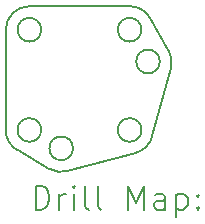
<source format=gbr>
%TF.GenerationSoftware,KiCad,Pcbnew,7.0.7*%
%TF.CreationDate,2024-03-10T20:02:01-05:00*%
%TF.ProjectId,O12encoder,4f313265-6e63-46f6-9465-722e6b696361,1*%
%TF.SameCoordinates,Original*%
%TF.FileFunction,Drillmap*%
%TF.FilePolarity,Positive*%
%FSLAX45Y45*%
G04 Gerber Fmt 4.5, Leading zero omitted, Abs format (unit mm)*
G04 Created by KiCad (PCBNEW 7.0.7) date 2024-03-10 20:02:01*
%MOMM*%
%LPD*%
G01*
G04 APERTURE LIST*
%ADD10C,0.150000*%
%ADD11C,0.200000*%
G04 APERTURE END LIST*
D10*
X4744709Y-5752760D02*
G75*
G03*
X4896472Y-5772741I100001J173210D01*
G01*
X4675736Y-5424264D02*
G75*
G03*
X4675736Y-5424264I-100000J0D01*
G01*
X4575736Y-4375736D02*
G75*
G03*
X4375736Y-4575736I4J-200004D01*
G01*
X4896472Y-5772741D02*
X5476028Y-5617449D01*
X5679555Y-4844709D02*
G75*
G03*
X5679555Y-4844709I-100000J0D01*
G01*
X5524264Y-5424264D02*
G75*
G03*
X5524264Y-5424264I-100000J0D01*
G01*
X4375735Y-5424264D02*
G75*
G03*
X4475736Y-5597469I200006J4D01*
G01*
X5617449Y-5476028D02*
X5772741Y-4896472D01*
X5597472Y-4475734D02*
G75*
G03*
X5424264Y-4375736I-173212J-100016D01*
G01*
X4675736Y-4575736D02*
G75*
G03*
X4675736Y-4575736I-100000J0D01*
G01*
X5772743Y-4896473D02*
G75*
G03*
X5752760Y-4744709I-193173J51763D01*
G01*
X4944709Y-5579556D02*
G75*
G03*
X4944709Y-5579556I-100000J0D01*
G01*
X5524264Y-4575736D02*
G75*
G03*
X5524264Y-4575736I-100000J0D01*
G01*
X5424264Y-4375736D02*
X4575736Y-4375736D01*
X5752761Y-4744709D02*
X5597469Y-4475736D01*
X4475736Y-5597469D02*
X4744709Y-5752761D01*
X4375736Y-4575736D02*
X4375736Y-5424264D01*
X5476028Y-5617449D02*
G75*
G03*
X5617449Y-5476028I-51768J193189D01*
G01*
D11*
X4629013Y-6098539D02*
X4629013Y-5898539D01*
X4629013Y-5898539D02*
X4676632Y-5898539D01*
X4676632Y-5898539D02*
X4705203Y-5908063D01*
X4705203Y-5908063D02*
X4724251Y-5927110D01*
X4724251Y-5927110D02*
X4733775Y-5946158D01*
X4733775Y-5946158D02*
X4743298Y-5984253D01*
X4743298Y-5984253D02*
X4743298Y-6012824D01*
X4743298Y-6012824D02*
X4733775Y-6050920D01*
X4733775Y-6050920D02*
X4724251Y-6069967D01*
X4724251Y-6069967D02*
X4705203Y-6089015D01*
X4705203Y-6089015D02*
X4676632Y-6098539D01*
X4676632Y-6098539D02*
X4629013Y-6098539D01*
X4829013Y-6098539D02*
X4829013Y-5965205D01*
X4829013Y-6003301D02*
X4838537Y-5984253D01*
X4838537Y-5984253D02*
X4848060Y-5974729D01*
X4848060Y-5974729D02*
X4867108Y-5965205D01*
X4867108Y-5965205D02*
X4886156Y-5965205D01*
X4952822Y-6098539D02*
X4952822Y-5965205D01*
X4952822Y-5898539D02*
X4943298Y-5908063D01*
X4943298Y-5908063D02*
X4952822Y-5917586D01*
X4952822Y-5917586D02*
X4962346Y-5908063D01*
X4962346Y-5908063D02*
X4952822Y-5898539D01*
X4952822Y-5898539D02*
X4952822Y-5917586D01*
X5076632Y-6098539D02*
X5057584Y-6089015D01*
X5057584Y-6089015D02*
X5048060Y-6069967D01*
X5048060Y-6069967D02*
X5048060Y-5898539D01*
X5181394Y-6098539D02*
X5162346Y-6089015D01*
X5162346Y-6089015D02*
X5152822Y-6069967D01*
X5152822Y-6069967D02*
X5152822Y-5898539D01*
X5409965Y-6098539D02*
X5409965Y-5898539D01*
X5409965Y-5898539D02*
X5476632Y-6041396D01*
X5476632Y-6041396D02*
X5543298Y-5898539D01*
X5543298Y-5898539D02*
X5543298Y-6098539D01*
X5724251Y-6098539D02*
X5724251Y-5993777D01*
X5724251Y-5993777D02*
X5714727Y-5974729D01*
X5714727Y-5974729D02*
X5695679Y-5965205D01*
X5695679Y-5965205D02*
X5657584Y-5965205D01*
X5657584Y-5965205D02*
X5638536Y-5974729D01*
X5724251Y-6089015D02*
X5705203Y-6098539D01*
X5705203Y-6098539D02*
X5657584Y-6098539D01*
X5657584Y-6098539D02*
X5638536Y-6089015D01*
X5638536Y-6089015D02*
X5629013Y-6069967D01*
X5629013Y-6069967D02*
X5629013Y-6050920D01*
X5629013Y-6050920D02*
X5638536Y-6031872D01*
X5638536Y-6031872D02*
X5657584Y-6022348D01*
X5657584Y-6022348D02*
X5705203Y-6022348D01*
X5705203Y-6022348D02*
X5724251Y-6012824D01*
X5819489Y-5965205D02*
X5819489Y-6165205D01*
X5819489Y-5974729D02*
X5838536Y-5965205D01*
X5838536Y-5965205D02*
X5876632Y-5965205D01*
X5876632Y-5965205D02*
X5895679Y-5974729D01*
X5895679Y-5974729D02*
X5905203Y-5984253D01*
X5905203Y-5984253D02*
X5914727Y-6003301D01*
X5914727Y-6003301D02*
X5914727Y-6060443D01*
X5914727Y-6060443D02*
X5905203Y-6079491D01*
X5905203Y-6079491D02*
X5895679Y-6089015D01*
X5895679Y-6089015D02*
X5876632Y-6098539D01*
X5876632Y-6098539D02*
X5838536Y-6098539D01*
X5838536Y-6098539D02*
X5819489Y-6089015D01*
X6000441Y-6079491D02*
X6009965Y-6089015D01*
X6009965Y-6089015D02*
X6000441Y-6098539D01*
X6000441Y-6098539D02*
X5990917Y-6089015D01*
X5990917Y-6089015D02*
X6000441Y-6079491D01*
X6000441Y-6079491D02*
X6000441Y-6098539D01*
X6000441Y-5974729D02*
X6009965Y-5984253D01*
X6009965Y-5984253D02*
X6000441Y-5993777D01*
X6000441Y-5993777D02*
X5990917Y-5984253D01*
X5990917Y-5984253D02*
X6000441Y-5974729D01*
X6000441Y-5974729D02*
X6000441Y-5993777D01*
M02*

</source>
